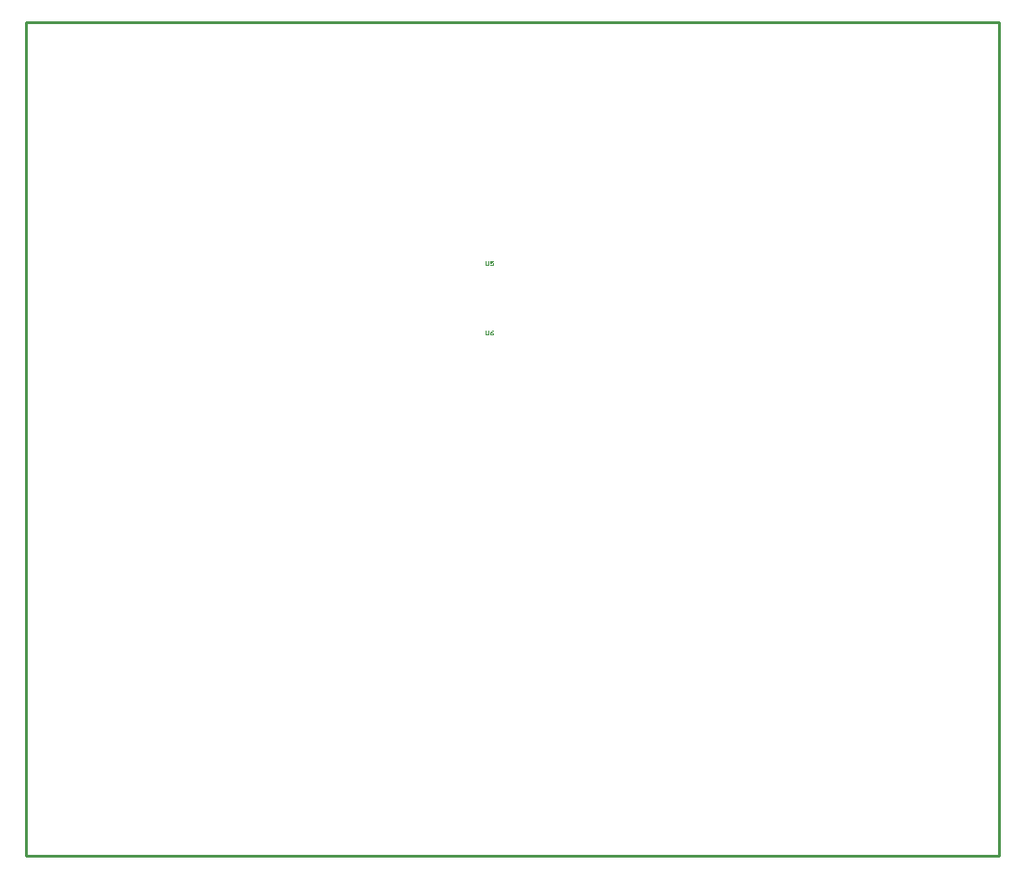
<source format=gm1>
G04*
G04 #@! TF.GenerationSoftware,Altium Limited,Altium Designer,23.1.1 (15)*
G04*
G04 Layer_Color=16711935*
%FSLAX25Y25*%
%MOIN*%
G70*
G04*
G04 #@! TF.SameCoordinates,F8F85EFA-0F4A-4E32-949D-36CD74FFCFB1*
G04*
G04*
G04 #@! TF.FilePolarity,Positive*
G04*
G01*
G75*
%ADD13C,0.01000*%
%ADD70C,0.00236*%
D13*
X0Y0D02*
X350000D01*
X0Y300000D02*
X350000D01*
Y0D02*
Y300000D01*
X0Y0D02*
Y300000D01*
D70*
X165500Y189074D02*
Y187762D01*
X165762Y187500D01*
X166287D01*
X166550Y187762D01*
Y189074D01*
X168124D02*
X167599Y188812D01*
X167074Y188287D01*
Y187762D01*
X167337Y187500D01*
X167861D01*
X168124Y187762D01*
Y188025D01*
X167861Y188287D01*
X167074D01*
X165500Y214074D02*
Y212762D01*
X165762Y212500D01*
X166287D01*
X166550Y212762D01*
Y214074D01*
X168124D02*
X167074D01*
Y213287D01*
X167599Y213549D01*
X167861D01*
X168124Y213287D01*
Y212762D01*
X167861Y212500D01*
X167337D01*
X167074Y212762D01*
M02*

</source>
